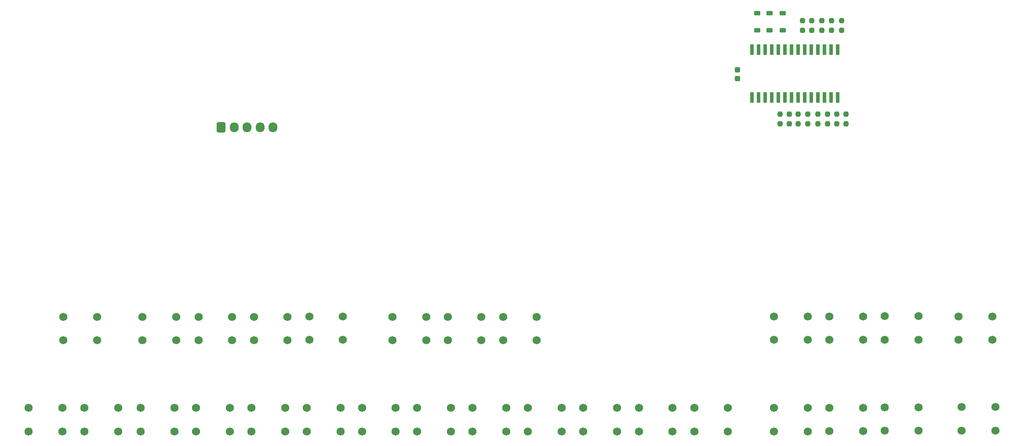
<source format=gbs>
G04 #@! TF.GenerationSoftware,KiCad,Pcbnew,8.0.8*
G04 #@! TF.CreationDate,2025-03-23T17:18:30+09:00*
G04 #@! TF.ProjectId,panelBoard,70616e65-6c42-46f6-9172-642e6b696361,rev?*
G04 #@! TF.SameCoordinates,Original*
G04 #@! TF.FileFunction,Soldermask,Bot*
G04 #@! TF.FilePolarity,Negative*
%FSLAX46Y46*%
G04 Gerber Fmt 4.6, Leading zero omitted, Abs format (unit mm)*
G04 Created by KiCad (PCBNEW 8.0.8) date 2025-03-23 17:18:30*
%MOMM*%
%LPD*%
G01*
G04 APERTURE LIST*
G04 Aperture macros list*
%AMRoundRect*
0 Rectangle with rounded corners*
0 $1 Rounding radius*
0 $2 $3 $4 $5 $6 $7 $8 $9 X,Y pos of 4 corners*
0 Add a 4 corners polygon primitive as box body*
4,1,4,$2,$3,$4,$5,$6,$7,$8,$9,$2,$3,0*
0 Add four circle primitives for the rounded corners*
1,1,$1+$1,$2,$3*
1,1,$1+$1,$4,$5*
1,1,$1+$1,$6,$7*
1,1,$1+$1,$8,$9*
0 Add four rect primitives between the rounded corners*
20,1,$1+$1,$2,$3,$4,$5,0*
20,1,$1+$1,$4,$5,$6,$7,0*
20,1,$1+$1,$6,$7,$8,$9,0*
20,1,$1+$1,$8,$9,$2,$3,0*%
G04 Aperture macros list end*
%ADD10C,1.575000*%
%ADD11RoundRect,0.250000X-0.600000X-0.725000X0.600000X-0.725000X0.600000X0.725000X-0.600000X0.725000X0*%
%ADD12O,1.700000X1.950000*%
%ADD13RoundRect,0.237500X0.237500X-0.250000X0.237500X0.250000X-0.237500X0.250000X-0.237500X-0.250000X0*%
%ADD14RoundRect,0.237500X-0.237500X0.250000X-0.237500X-0.250000X0.237500X-0.250000X0.237500X0.250000X0*%
%ADD15RoundRect,0.225000X-0.375000X0.225000X-0.375000X-0.225000X0.375000X-0.225000X0.375000X0.225000X0*%
%ADD16RoundRect,0.237500X0.237500X-0.300000X0.237500X0.300000X-0.237500X0.300000X-0.237500X-0.300000X0*%
%ADD17R,0.650000X2.100000*%
G04 APERTURE END LIST*
D10*
X98960000Y-144659000D03*
X92460000Y-144659000D03*
X98960000Y-140159000D03*
X92460000Y-140159000D03*
X120259000Y-144659000D03*
X113759000Y-144659000D03*
X120259000Y-140159000D03*
X113759000Y-140159000D03*
X162956000Y-144659000D03*
X156456000Y-144659000D03*
X162956000Y-140159000D03*
X156456000Y-140159000D03*
X189003000Y-144659000D03*
X182503000Y-144659000D03*
X189003000Y-140159000D03*
X182503000Y-140159000D03*
X126126000Y-127097000D03*
X119626000Y-127097000D03*
X126126000Y-122597000D03*
X119626000Y-122597000D03*
X225163000Y-144496000D03*
X218663000Y-144496000D03*
X225163000Y-139996000D03*
X218663000Y-139996000D03*
X130927000Y-144659000D03*
X124427000Y-144659000D03*
X130927000Y-140159000D03*
X124427000Y-140159000D03*
X210341000Y-144532000D03*
X203841000Y-144532000D03*
X210341000Y-140032000D03*
X203841000Y-140032000D03*
X88788000Y-127097000D03*
X82288000Y-127097000D03*
X88788000Y-122597000D03*
X82288000Y-122597000D03*
X224528000Y-127042000D03*
X218028000Y-127042000D03*
X224528000Y-122542000D03*
X218028000Y-122542000D03*
X78120000Y-127097000D03*
X71620000Y-127097000D03*
X78120000Y-122597000D03*
X71620000Y-122597000D03*
X199684000Y-144623000D03*
X193184000Y-144623000D03*
X199684000Y-140123000D03*
X193184000Y-140123000D03*
X199671000Y-127006000D03*
X193171000Y-127006000D03*
X199671000Y-122506000D03*
X193171000Y-122506000D03*
X99456000Y-127042000D03*
X92956000Y-127042000D03*
X99456000Y-122542000D03*
X92956000Y-122542000D03*
X66981000Y-144659000D03*
X60481000Y-144659000D03*
X66981000Y-140159000D03*
X60481000Y-140159000D03*
X152263000Y-144659000D03*
X145763000Y-144659000D03*
X152263000Y-140159000D03*
X145763000Y-140159000D03*
X136794000Y-127097000D03*
X130294000Y-127097000D03*
X136794000Y-122597000D03*
X130294000Y-122597000D03*
X67302000Y-127097000D03*
X60802000Y-127097000D03*
X67302000Y-122597000D03*
X60802000Y-122597000D03*
X141595000Y-144659000D03*
X135095000Y-144659000D03*
X141595000Y-140159000D03*
X135095000Y-140159000D03*
X45366000Y-144659000D03*
X38866000Y-144659000D03*
X45366000Y-140159000D03*
X38866000Y-140159000D03*
X88292000Y-144659000D03*
X81792000Y-144659000D03*
X88292000Y-140159000D03*
X81792000Y-140159000D03*
D11*
X75971000Y-86021000D03*
D12*
X78471000Y-86021000D03*
X80971000Y-86021000D03*
X83471000Y-86021000D03*
X85971000Y-86021000D03*
D10*
X77647000Y-144659000D03*
X71147000Y-144659000D03*
X77647000Y-140159000D03*
X71147000Y-140159000D03*
X210304000Y-126970000D03*
X203804000Y-126970000D03*
X210304000Y-122470000D03*
X203804000Y-122470000D03*
X52062000Y-127097000D03*
X45562000Y-127097000D03*
X52062000Y-122597000D03*
X45562000Y-122597000D03*
X115481000Y-127097000D03*
X108981000Y-127097000D03*
X115481000Y-122597000D03*
X108981000Y-122597000D03*
X173622000Y-144659000D03*
X167122000Y-144659000D03*
X173622000Y-140159000D03*
X167122000Y-140159000D03*
X189003000Y-127042000D03*
X182503000Y-127042000D03*
X189003000Y-122542000D03*
X182503000Y-122542000D03*
X56161000Y-144659000D03*
X49661000Y-144659000D03*
X56161000Y-140159000D03*
X49661000Y-140159000D03*
X109616000Y-144659000D03*
X103116000Y-144659000D03*
X109616000Y-140159000D03*
X103116000Y-140159000D03*
D13*
X189778000Y-67302500D03*
X189778000Y-65477500D03*
X193588000Y-67302500D03*
X193588000Y-65477500D03*
D14*
X196382000Y-83511500D03*
X196382000Y-85336500D03*
D13*
X191683000Y-67302500D03*
X191683000Y-65477500D03*
D15*
X184190000Y-63978000D03*
X184190000Y-67278000D03*
D14*
X189016000Y-83511500D03*
X189016000Y-85336500D03*
X192826000Y-83511500D03*
X192826000Y-85336500D03*
X190921000Y-83511500D03*
X190921000Y-85336500D03*
X194604000Y-83511500D03*
X194604000Y-85336500D03*
X183682000Y-83511500D03*
X183682000Y-85336500D03*
D13*
X195493000Y-67302500D03*
X195493000Y-65477500D03*
D16*
X175427000Y-76650500D03*
X175427000Y-74925500D03*
D15*
X181650000Y-63978000D03*
X181650000Y-67278000D03*
D14*
X185460000Y-83511500D03*
X185460000Y-85336500D03*
D17*
X178221000Y-71011000D03*
X179491000Y-71011000D03*
X180761000Y-71011000D03*
X182031000Y-71011000D03*
X183301000Y-71011000D03*
X184571000Y-71011000D03*
X185841000Y-71011000D03*
X187111000Y-71011000D03*
X188381000Y-71011000D03*
X189651000Y-71011000D03*
X190921000Y-71011000D03*
X192191000Y-71011000D03*
X193461000Y-71011000D03*
X194731000Y-71011000D03*
X194731000Y-80311000D03*
X193461000Y-80311000D03*
X192191000Y-80311000D03*
X190921000Y-80311000D03*
X189651000Y-80311000D03*
X188381000Y-80311000D03*
X187111000Y-80311000D03*
X185841000Y-80311000D03*
X184571000Y-80311000D03*
X183301000Y-80311000D03*
X182031000Y-80311000D03*
X180761000Y-80311000D03*
X179491000Y-80311000D03*
X178221000Y-80311000D03*
D15*
X179237000Y-63978000D03*
X179237000Y-67278000D03*
D14*
X187111000Y-83511500D03*
X187111000Y-85336500D03*
D13*
X188000000Y-67302500D03*
X188000000Y-65477500D03*
M02*

</source>
